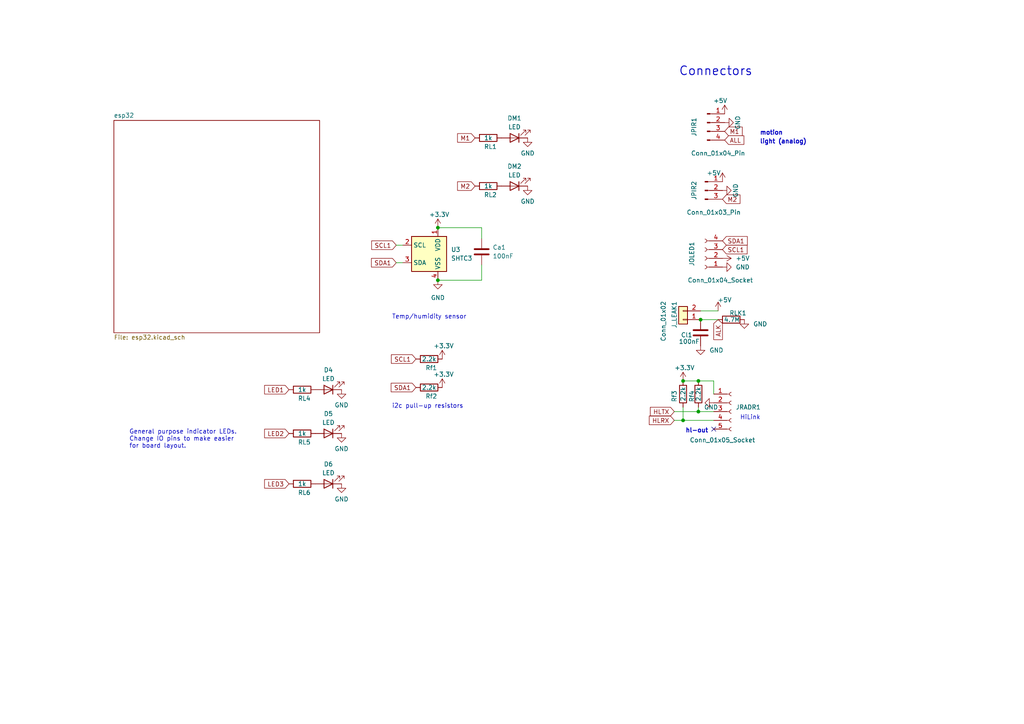
<source format=kicad_sch>
(kicad_sch (version 20231120) (generator "eeschema") (generator_version "8.0")
  (paper "A4")
  (lib_symbols
    (symbol "Connector:Conn_01x03_Pin" (pin_names (offset 1.016) hide)
      (property "Reference" "J" (at 0 5.08 0))
      (property "Value" "Conn_01x03_Pin" (at 0 -5.08 0))
      (symbol "Conn_01x03_Pin_1_1"
        (polyline (pts (xy 1.27 -2.54) (xy 0.8636 -2.54)) (stroke (width 0.1524)))
        (polyline (pts (xy 1.27 0) (xy 0.8636 0)) (stroke (width 0.1524)))
        (polyline (pts (xy 1.27 2.54) (xy 0.8636 2.54)) (stroke (width 0.1524)))
        (rectangle (start 0.8636 -2.413) (end 0 -2.667) (stroke (width 0.1524)) (fill (type outline)))
        (rectangle (start 0.8636 0.127) (end 0 -0.127) (stroke (width 0.1524)) (fill (type outline)))
        (rectangle (start 0.8636 2.667) (end 0 2.413) (stroke (width 0.1524)) (fill (type outline)))
        (pin passive line (at 5.08 2.54 180) (length 3.81) (name "Pin_1") (number "1"))
        (pin passive line (at 5.08 0 180) (length 3.81) (name "Pin_2") (number "2"))
        (pin passive line (at 5.08 -2.54 180) (length 3.81) (name "Pin_3") (number "3"))
      )
    )
    (symbol "Connector:Conn_01x04_Pin" (pin_names (offset 1.016) hide)
      (property "Reference" "J" (at 0 5.08 0))
      (property "Value" "Conn_01x04_Pin" (at 0 -7.62 0))
      (symbol "Conn_01x04_Pin_1_1"
        (polyline (pts (xy 1.27 -5.08) (xy 0.8636 -5.08)) (stroke (width 0.1524)))
        (polyline (pts (xy 1.27 -2.54) (xy 0.8636 -2.54)) (stroke (width 0.1524)))
        (polyline (pts (xy 1.27 0) (xy 0.8636 0)) (stroke (width 0.1524)))
        (polyline (pts (xy 1.27 2.54) (xy 0.8636 2.54)) (stroke (width 0.1524)))
        (rectangle (start 0.8636 -4.953) (end 0 -5.207) (stroke (width 0.1524)) (fill (type outline)))
        (rectangle (start 0.8636 -2.413) (end 0 -2.667) (stroke (width 0.1524)) (fill (type outline)))
        (rectangle (start 0.8636 0.127) (end 0 -0.127) (stroke (width 0.1524)) (fill (type outline)))
        (rectangle (start 0.8636 2.667) (end 0 2.413) (stroke (width 0.1524)) (fill (type outline)))
        (pin passive line (at 5.08 2.54 180) (length 3.81) (name "Pin_1") (number "1"))
        (pin passive line (at 5.08 0 180) (length 3.81) (name "Pin_2") (number "2"))
        (pin passive line (at 5.08 -2.54 180) (length 3.81) (name "Pin_3") (number "3"))
        (pin passive line (at 5.08 -5.08 180) (length 3.81) (name "Pin_4") (number "4"))
      )
    )
    (symbol "Connector:Conn_01x04_Socket" (pin_names (offset 1.016) hide)
      (property "Reference" "J" (at 0 5.08 0))
      (property "Value" "Conn_01x04_Socket" (at 0 -7.62 0))
      (symbol "Conn_01x04_Socket_1_1"
        (arc (start 0 -4.572) (mid -0.5058 -5.08) (end 0 -5.588) (stroke (width 0.1524)))
        (arc (start 0 -2.032) (mid -0.5058 -2.54) (end 0 -3.048) (stroke (width 0.1524)))
        (polyline (pts (xy -1.27 -5.08) (xy -0.508 -5.08)) (stroke (width 0.1524)))
        (polyline (pts (xy -1.27 -2.54) (xy -0.508 -2.54)) (stroke (width 0.1524)))
        (polyline (pts (xy -1.27 0) (xy -0.508 0)) (stroke (width 0.1524)))
        (polyline (pts (xy -1.27 2.54) (xy -0.508 2.54)) (stroke (width 0.1524)))
        (arc (start 0 0.508) (mid -0.5058 0) (end 0 -0.508) (stroke (width 0.1524)))
        (arc (start 0 3.048) (mid -0.5058 2.54) (end 0 2.032) (stroke (width 0.1524)))
        (pin passive line (at -5.08 2.54 0) (length 3.81) (name "Pin_1") (number "1"))
        (pin passive line (at -5.08 0 0) (length 3.81) (name "Pin_2") (number "2"))
        (pin passive line (at -5.08 -2.54 0) (length 3.81) (name "Pin_3") (number "3"))
        (pin passive line (at -5.08 -5.08 0) (length 3.81) (name "Pin_4") (number "4"))
      )
    )
    (symbol "Connector:Conn_01x05_Socket" (pin_names (offset 1.016) hide)
      (property "Reference" "J" (at 0 7.62 0))
      (property "Value" "Conn_01x05_Socket" (at 0 -7.62 0))
      (symbol "Conn_01x05_Socket_1_1"
        (arc (start 0 -4.572) (mid -0.5058 -5.08) (end 0 -5.588) (stroke (width 0.1524)))
        (arc (start 0 -2.032) (mid -0.5058 -2.54) (end 0 -3.048) (stroke (width 0.1524)))
        (polyline (pts (xy -1.27 -5.08) (xy -0.508 -5.08)) (stroke (width 0.1524)))
        (polyline (pts (xy -1.27 -2.54) (xy -0.508 -2.54)) (stroke (width 0.1524)))
        (polyline (pts (xy -1.27 0) (xy -0.508 0)) (stroke (width 0.1524)))
        (polyline (pts (xy -1.27 2.54) (xy -0.508 2.54)) (stroke (width 0.1524)))
        (polyline (pts (xy -1.27 5.08) (xy -0.508 5.08)) (stroke (width 0.1524)))
        (arc (start 0 0.508) (mid -0.5058 0) (end 0 -0.508) (stroke (width 0.1524)))
        (arc (start 0 3.048) (mid -0.5058 2.54) (end 0 2.032) (stroke (width 0.1524)))
        (arc (start 0 5.588) (mid -0.5058 5.08) (end 0 4.572) (stroke (width 0.1524)))
        (pin passive line (at -5.08 5.08 0) (length 3.81) (name "Pin_1") (number "1"))
        (pin passive line (at -5.08 2.54 0) (length 3.81) (name "Pin_2") (number "2"))
        (pin passive line (at -5.08 0 0) (length 3.81) (name "Pin_3") (number "3"))
        (pin passive line (at -5.08 -2.54 0) (length 3.81) (name "Pin_4") (number "4"))
        (pin passive line (at -5.08 -5.08 0) (length 3.81) (name "Pin_5") (number "5"))
      )
    )
    (symbol "Connector_Generic:Conn_01x02" (pin_names (offset 1.016) hide)
      (property "Reference" "J" (at 0 2.54 0))
      (property "Value" "Conn_01x02" (at 0 -5.08 0))
      (symbol "Conn_01x02_1_1"
        (rectangle (start -1.27 -2.413) (end 0 -2.667) (stroke (width 0.1524)))
        (rectangle (start -1.27 0.127) (end 0 -0.127) (stroke (width 0.1524)))
        (rectangle (start -1.27 1.27) (end 1.27 -3.81) (stroke (width 0.254)) (fill (type background)))
        (pin passive line (at -5.08 0 0) (length 3.81) (name "Pin_1") (number "1"))
        (pin passive line (at -5.08 -2.54 0) (length 3.81) (name "Pin_2") (number "2"))
      )
    )
    (symbol "Device:C" (pin_numbers hide) (pin_names (offset 0.254))
      (property "Reference" "C" (at 0.635 2.54 0))
      (property "Value" "C" (at 0.635 -2.54 0))
      (symbol "C_0_1"
        (polyline (pts (xy -2.032 -0.762) (xy 2.032 -0.762)) (stroke (width 0.508)))
        (polyline (pts (xy -2.032 0.762) (xy 2.032 0.762)) (stroke (width 0.508)))
      )
      (symbol "C_1_1"
        (pin passive line (at 0 3.81 270) (length 2.794) (name "~") (number "1"))
        (pin passive line (at 0 -3.81 90) (length 2.794) (name "~") (number "2"))
      )
    )
    (symbol "Device:LED" (pin_numbers hide) (pin_names (offset 1.016) hide)
      (property "Reference" "D" (at 0 2.54 0))
      (property "Value" "LED" (at 0 -2.54 0))
      (symbol "LED_0_1"
        (polyline (pts (xy -1.27 -1.27) (xy -1.27 1.27)) (stroke (width 0.254)))
        (polyline (pts (xy -1.27 0) (xy 1.27 0)))
        (polyline (pts (xy 1.27 -1.27) (xy 1.27 1.27) (xy -1.27 0) (xy 1.27 -1.27)) (stroke (width 0.254)))
        (polyline (pts (xy -3.048 -0.762) (xy -4.572 -2.286) (xy -3.81 -2.286) (xy -4.572 -2.286) (xy -4.572 -1.524)))
        (polyline (pts (xy -1.778 -0.762) (xy -3.302 -2.286) (xy -2.54 -2.286) (xy -3.302 -2.286) (xy -3.302 -1.524)))
      )
      (symbol "LED_1_1"
        (pin passive line (at -3.81 0 0) (length 2.54) (name "K") (number "1"))
        (pin passive line (at 3.81 0 180) (length 2.54) (name "A") (number "2"))
      )
    )
    (symbol "Device:R" (pin_numbers hide) (pin_names (offset 0))
      (property "Reference" "R" (at 2.032 0 90))
      (property "Value" "R" (at 0 0 90))
      (symbol "R_0_1"
        (rectangle (start -1.016 -2.54) (end 1.016 2.54) (stroke (width 0.254)))
      )
      (symbol "R_1_1"
        (pin passive line (at 0 3.81 270) (length 1.27) (name "~") (number "1"))
        (pin passive line (at 0 -3.81 90) (length 1.27) (name "~") (number "2"))
      )
    )
    (symbol "Sensor_Humidity:SHTC3"
      (property "Reference" "U" (at -3.81 6.35 0))
      (property "Value" "SHTC3" (at -2.54 -6.35 0))
      (symbol "SHTC3_1_1"
        (rectangle (start -5.08 5.08) (end 5.08 -5.08) (stroke (width 0.254)) (fill (type background)))
        (pin power_in line (at 2.54 7.62 270) (length 2.54) (name "VDD") (number "1"))
        (pin input line (at -7.62 2.54 0) (length 2.54) (name "SCL") (number "2"))
        (pin bidirectional line (at -7.62 -2.54 0) (length 2.54) (name "SDA") (number "3"))
        (pin power_in line (at 2.54 -7.62 90) (length 2.54) (name "VSS") (number "4"))
        (pin no_connect line (at 5.08 0 180) (length 2.54) hide (name "NC") (number "5"))
      )
    )
    (symbol "power:+3.3V" (power) (pin_names (offset 0))
      (property "Value" "+3.3V" (at 0 3.556 0))
      (symbol "+3.3V_0_1"
        (polyline (pts (xy -0.762 1.27) (xy 0 2.54)))
        (polyline (pts (xy 0 0) (xy 0 2.54)))
        (polyline (pts (xy 0 2.54) (xy 0.762 1.27)))
      )
      (symbol "+3.3V_1_1"
        (pin power_in line (at 0 0 90) (length 0) hide (name "+3.3V") (number "1"))
      )
    )
    (symbol "power:+5V" (power) (pin_names (offset 0))
      (property "Value" "+5V" (at 0 3.556 0))
      (symbol "+5V_0_1"
        (polyline (pts (xy -0.762 1.27) (xy 0 2.54)))
        (polyline (pts (xy 0 0) (xy 0 2.54)))
        (polyline (pts (xy 0 2.54) (xy 0.762 1.27)))
      )
      (symbol "+5V_1_1"
        (pin power_in line (at 0 0 90) (length 0) hide (name "+5V") (number "1"))
      )
    )
    (symbol "power:GND" (power) (pin_names (offset 0))
      (property "Value" "GND" (at 0 -3.81 0))
      (symbol "GND_0_1"
        (polyline (pts (xy 0 0) (xy 0 -1.27) (xy 1.27 -1.27) (xy 0 -2.54) (xy -1.27 -1.27) (xy 0 -1.27)))
      )
      (symbol "GND_1_1"
        (pin power_in line (at 0 0 270) (length 0) hide (name "GND") (number "1"))
      )
    )
  )
  (junction (at 127 66.04))
  (junction (at 127 81.28))
  (junction (at 198.12 121.92))
  (junction (at 202.565 110.49))
  (junction (at 203.2 92.71))
  (junction (at 198.12 110.49))
  (junction (at 202.565 119.38))
  (no_connect (at 207.01 124.46))
  (wire (pts (xy 207.01 114.3) (xy 207.01 110.49)))
  (wire (pts (xy 207.01 110.49) (xy 202.565 110.49)))
  (wire (pts (xy 195.58 121.92) (xy 198.12 121.92)))
  (wire (pts (xy 202.565 118.11) (xy 202.565 119.38)))
  (wire (pts (xy 198.12 121.92) (xy 207.01 121.92)))
  (wire (pts (xy 198.12 118.11) (xy 198.12 121.92)))
  (wire (pts (xy 139.7 69.215) (xy 139.7 66.04)))
  (wire (pts (xy 114.935 76.2) (xy 116.84 76.2)))
  (wire (pts (xy 203.2 92.71) (xy 208.28 92.71)))
  (wire (pts (xy 202.565 119.38) (xy 207.01 119.38)))
  (wire (pts (xy 139.7 81.28) (xy 127 81.28)))
  (wire (pts (xy 195.58 119.38) (xy 202.565 119.38)))
  (wire (pts (xy 139.7 76.835) (xy 139.7 81.28)))
  (wire (pts (xy 139.7 66.04) (xy 127 66.04)))
  (wire (pts (xy 198.12 110.49) (xy 202.565 110.49)))
  (wire (pts (xy 203.2 90.17) (xy 208.28 90.17)))
  (wire (pts (xy 114.935 71.12) (xy 116.84 71.12)))
  (text "Connectors" (at 196.85 22.225 0) (effects (font (size 2.54 2.54) (thickness 0.254) (bold yes)) (justify left bottom)))
  (text "HiLink" (at 214.63 121.92 0) (effects (font (size 1.27 1.27)) (justify left bottom)))
  (text "hl-out" (at 198.755 125.73 0) (effects (font (size 1.27 1.27) (bold yes)) (justify left bottom)))
  (text "General purpose indicator LEDs.\nChange IO pins to make easier\nfor board layout." (at 37.465 130.175 0) (effects (font (size 1.27 1.27)) (justify left bottom)))
  (text "light (analog)" (at 220.345 41.91 0) (effects (font (size 1.27 1.27) (bold yes)) (justify left bottom)))
  (text "Temp/humidity sensor" (at 113.665 92.71 0) (effects (font (size 1.27 1.27)) (justify left bottom)))
  (text "motion" (at 220.345 39.37 0) (effects (font (size 1.27 1.27) (bold yes)) (justify left bottom)))
  (text "i2c pull-up resistors\n	" (at 113.665 120.65 0) (effects (font (size 1.27 1.27)) (justify left bottom)))
  (global_label "M1" (shape input) (at 137.795 40.005 180) (property "Intersheetrefs" "${INTERSHEET_REFS}" (effects (hide yes))))
  (global_label "LED2" (shape input) (at 83.82 125.73 180) (property "Intersheetrefs" "${INTERSHEET_REFS}" (effects (hide yes))))
  (global_label "SDA1" (shape input) (at 120.65 112.395 180) (property "Intersheetrefs" "${INTERSHEET_REFS}" (effects (hide yes))))
  (global_label "SCL1" (shape input) (at 120.65 104.14 180) (property "Intersheetrefs" "${INTERSHEET_REFS}" (effects (hide yes))))
  (global_label "ALL" (shape input) (at 210.185 40.64 0) (property "Intersheetrefs" "${INTERSHEET_REFS}" (effects (hide yes))))
  (global_label "HLTX" (shape input) (at 195.58 119.38 180) (property "Intersheetrefs" "${INTERSHEET_REFS}" (effects (hide yes))))
  (global_label "LED3" (shape input) (at 83.82 140.335 180) (property "Intersheetrefs" "${INTERSHEET_REFS}" (effects (hide yes))))
  (global_label "HLRX" (shape input) (at 195.58 121.92 180) (property "Intersheetrefs" "${INTERSHEET_REFS}" (effects (hide yes))))
  (global_label "M1" (shape input) (at 210.185 38.1 0) (property "Intersheetrefs" "${INTERSHEET_REFS}" (effects (hide yes))))
  (global_label "SDA1" (shape input) (at 209.55 69.85 0) (property "Intersheetrefs" "${INTERSHEET_REFS}" (effects (hide yes))))
  (global_label "SCL1" (shape input) (at 209.55 72.39 0) (property "Intersheetrefs" "${INTERSHEET_REFS}" (effects (hide yes))))
  (global_label "M2" (shape input) (at 209.55 57.785 0) (property "Intersheetrefs" "${INTERSHEET_REFS}" (effects (hide yes))))
  (global_label "M2" (shape input) (at 137.795 53.975 180) (property "Intersheetrefs" "${INTERSHEET_REFS}" (effects (hide yes))))
  (global_label "ALK" (shape input) (at 208.28 92.71 270) (property "Intersheetrefs" "${INTERSHEET_REFS}" (effects (hide yes))))
  (global_label "SDA1" (shape input) (at 114.935 76.2 180) (property "Intersheetrefs" "${INTERSHEET_REFS}" (effects (hide yes))))
  (global_label "LED1" (shape input) (at 83.82 113.03 180) (property "Intersheetrefs" "${INTERSHEET_REFS}" (effects (hide yes))))
  (global_label "SCL1" (shape input) (at 114.935 71.12 180) (property "Intersheetrefs" "${INTERSHEET_REFS}" (effects (hide yes))))
  (symbol (lib_id "power:GND") (at 210.185 35.56 90) (unit 1)
    (property "Reference" "#PWR019" (effects (hide yes)))
    (property "Value" "GND" (at 213.995 35.56 0))
  )
  (symbol (lib_id "Connector:Conn_01x04_Pin") (at 205.105 35.56 0) (unit 1)
    (property "Reference" "JPIR1" (at 201.295 36.83 90))
    (property "Value" "Conn_01x04_Pin" (at 208.28 44.45 0))
    (property "Footprint" "Connector_JST:JST_XH_B4B-XH-A_1x04_P2.50mm_Vertical" (effects (hide yes)))
  )
  (symbol (lib_id "power:+5V") (at 209.55 52.705 0) (unit 1)
    (property "Reference" "#PWR014" (effects (hide yes)))
    (property "Value" "+5V" (at 207.01 50.165 0))
  )
  (symbol (lib_id "Device:R") (at 198.12 114.3 180) (unit 1)
    (property "Reference" "Rf3" (at 195.58 114.935 90))
    (property "Value" "2.2k" (at 198.12 114.3 90))
    (property "Footprint" "Resistor_SMD:R_0603_1608Metric" (effects (hide yes)))
  )
  (symbol (lib_id "Device:LED") (at 95.25 113.03 180) (unit 1)
    (property "Reference" "D4" (at 95.25 107.315 0))
    (property "Value" "LED" (at 95.25 109.855 0))
    (property "Footprint" "LED_SMD:LED_0603_1608Metric" (effects (hide yes)))
  )
  (symbol (lib_id "power:+3.3V") (at 198.12 110.49 0) (unit 1)
    (property "Reference" "#PWR032" (effects (hide yes)))
    (property "Value" "+3.3V" (at 195.58 106.68 0) (effects (justify left)))
  )
  (symbol (lib_id "power:GND") (at 153.035 40.005 0) (unit 1)
    (property "Reference" "#PWR022" (effects (hide yes)))
    (property "Value" "GND" (at 153.035 44.45 0))
  )
  (symbol (lib_id "power:GND") (at 153.035 53.975 0) (unit 1)
    (property "Reference" "#PWR023" (effects (hide yes)))
    (property "Value" "GND" (at 153.035 58.42 0))
  )
  (symbol (lib_id "Connector:Conn_01x05_Socket") (at 212.09 119.38 0) (unit 1)
    (property "Reference" "JRADR1" (at 213.36 118.11 0) (effects (justify left)))
    (property "Value" "Conn_01x05_Socket" (at 200.025 127.635 0) (effects (justify left)))
    (property "Footprint" "Connector_PinSocket_2.54mm:PinSocket_1x05_P2.54mm_Vertical" (effects (hide yes)))
  )
  (symbol (lib_id "Device:LED") (at 95.25 125.73 180) (unit 1)
    (property "Reference" "D5" (at 95.25 120.015 0))
    (property "Value" "LED" (at 95.25 122.555 0))
    (property "Footprint" "LED_SMD:LED_0603_1608Metric" (effects (hide yes)))
  )
  (symbol (lib_id "power:GND") (at 99.06 140.335 0) (unit 1)
    (property "Reference" "#PWR026" (effects (hide yes)))
    (property "Value" "GND" (at 99.06 144.78 0))
  )
  (symbol (lib_id "power:+5V") (at 209.55 74.93 270) (unit 1)
    (property "Reference" "#PWR016" (effects (hide yes)))
    (property "Value" "+5V" (at 213.36 74.9301 90) (effects (justify left)))
  )
  (symbol (lib_id "Device:R") (at 87.63 113.03 90) (unit 1)
    (property "Reference" "RL4" (at 88.265 115.57 90))
    (property "Value" "1k" (at 87.63 113.03 90))
    (property "Footprint" "Resistor_SMD:R_0603_1608Metric" (effects (hide yes)))
  )
  (symbol (lib_id "Device:R") (at 212.09 92.71 90) (unit 1)
    (property "Reference" "RLK1" (at 216.535 90.805 90) (effects (justify left)))
    (property "Value" "4.7M" (at 214.63 92.71 90) (effects (justify left)))
    (property "Footprint" "Resistor_SMD:R_0603_1608Metric" (effects (hide yes)))
  )
  (symbol (lib_id "Sensor_Humidity:SHTC3") (at 124.46 73.66 0) (unit 1)
    (property "Reference" "U3" (at 130.81 72.3899 0) (effects (justify left)))
    (property "Value" "SHTC3" (at 130.81 74.9299 0) (effects (justify left)))
    (property "Footprint" "Sensor_Humidity:Sensirion_DFN-4-1EP_2x2mm_P1mm_EP0.7x1.6mm" (effects (hide yes)))
    (property "Datasheet" "https://www.sensirion.com/fileadmin/user_upload/customers/sensirion/Dokumente/0_Datasheets/Humidity/Sensirion_Humidity_Sensors_SHTC3_Datasheet.pdf" (effects (hide yes)))
  )
  (symbol (lib_id "Device:R") (at 87.63 140.335 90) (unit 1)
    (property "Reference" "RL6" (at 88.265 142.875 90))
    (property "Value" "1k" (at 87.63 140.335 90))
    (property "Footprint" "Resistor_SMD:R_0603_1608Metric" (effects (hide yes)))
  )
  (symbol (lib_id "power:+3.3V") (at 128.27 104.14 0) (unit 1)
    (property "Reference" "#PWR034" (effects (hide yes)))
    (property "Value" "+3.3V" (at 125.73 100.33 0) (effects (justify left)))
  )
  (symbol (lib_id "power:GND") (at 127 81.28 0) (unit 1)
    (property "Reference" "#PWR013" (effects (hide yes)))
    (property "Value" "GND" (at 127 86.36 0))
  )
  (symbol (lib_id "power:GND") (at 207.01 116.84 270) (unit 1)
    (property "Reference" "#PWR033" (effects (hide yes)))
    (property "Value" "GND" (at 208.28 118.11 90) (effects (justify right)))
  )
  (symbol (lib_id "Device:C") (at 139.7 73.025 0) (unit 1)
    (property "Reference" "Ca1" (at 142.875 71.755 0) (effects (justify left)))
    (property "Value" "100nF" (at 142.875 74.295 0) (effects (justify left)))
    (property "Footprint" "Capacitor_SMD:C_0603_1608Metric" (effects (hide yes)))
  )
  (symbol (lib_id "power:+5V") (at 210.185 33.02 0) (unit 1)
    (property "Reference" "#PWR018" (effects (hide yes)))
    (property "Value" "+5V" (at 208.915 29.21 0))
  )
  (symbol (lib_id "power:+5V") (at 208.28 90.17 0) (unit 1)
    (property "Reference" "#PWR020" (effects (hide yes)))
    (property "Value" "+5V" (at 210.185 86.995 0))
  )
  (symbol (lib_id "Connector:Conn_01x04_Socket") (at 204.47 74.93 180) (unit 1)
    (property "Reference" "JOLED1" (at 200.66 73.66 90))
    (property "Value" "Conn_01x04_Socket" (at 218.44 81.28 0) (effects (justify left)))
    (property "Footprint" "Connector_PinSocket_2.54mm:PinSocket_1x04_P2.54mm_Vertical" (effects (hide yes)))
  )
  (symbol (lib_id "Device:R") (at 124.46 112.395 90) (unit 1)
    (property "Reference" "Rf2" (at 125.095 114.935 90))
    (property "Value" "2.2k" (at 124.46 112.395 90))
    (property "Footprint" "Resistor_SMD:R_0603_1608Metric" (effects (hide yes)))
  )
  (symbol (lib_id "power:GND") (at 99.06 125.73 0) (unit 1)
    (property "Reference" "#PWR025" (effects (hide yes)))
    (property "Value" "GND" (at 99.06 130.175 0))
  )
  (symbol (lib_id "power:GND") (at 209.55 55.245 90) (unit 1)
    (property "Reference" "#PWR015" (effects (hide yes)))
    (property "Value" "GND" (at 213.36 55.245 0))
  )
  (symbol (lib_id "Connector_Generic:Conn_01x02") (at 198.12 92.71 180) (unit 1)
    (property "Reference" "J_LEAK1" (at 195.58 95.25 90) (effects (justify right)))
    (property "Value" "Conn_01x02" (at 192.405 99.06 90) (effects (justify right)))
    (property "Footprint" "Connector_JST:JST_XH_B2B-XH-A_1x02_P2.50mm_Vertical" (effects (hide yes)))
  )
  (symbol (lib_id "Device:R") (at 141.605 53.975 90) (unit 1)
    (property "Reference" "RL2" (at 142.24 56.515 90))
    (property "Value" "1k" (at 141.605 53.975 90))
    (property "Footprint" "Resistor_SMD:R_0603_1608Metric" (effects (hide yes)))
  )
  (symbol (lib_id "power:GND") (at 203.2 100.33 0) (unit 1)
    (property "Reference" "#PWR027" (effects (hide yes)))
    (property "Value" "GND" (at 205.74 101.5999 0) (effects (justify left)))
  )
  (symbol (lib_id "Device:LED") (at 149.225 53.975 180) (unit 1)
    (property "Reference" "DM2" (at 149.225 48.26 0))
    (property "Value" "LED" (at 149.225 50.8 0))
    (property "Footprint" "LED_SMD:LED_0603_1608Metric" (effects (hide yes)))
  )
  (symbol (lib_id "power:+3.3V") (at 128.27 112.395 0) (unit 1)
    (property "Reference" "#PWR035" (effects (hide yes)))
    (property "Value" "+3.3V" (at 125.73 108.585 0) (effects (justify left)))
  )
  (symbol (lib_id "Device:LED") (at 149.225 40.005 180) (unit 1)
    (property "Reference" "DM1" (at 149.225 34.29 0))
    (property "Value" "LED" (at 149.225 36.83 0))
    (property "Footprint" "LED_SMD:LED_0603_1608Metric" (effects (hide yes)))
  )
  (symbol (lib_id "Connector:Conn_01x03_Pin") (at 204.47 55.245 0) (unit 1)
    (property "Reference" "JPIR2" (at 201.295 55.245 90))
    (property "Value" "Conn_01x03_Pin" (at 207.01 61.595 0))
    (property "Footprint" "Connector_JST:JST_XH_B3B-XH-A_1x03_P2.50mm_Vertical" (effects (hide yes)))
  )
  (symbol (lib_id "Device:R") (at 87.63 125.73 90) (unit 1)
    (property "Reference" "RL5" (at 88.265 128.27 90))
    (property "Value" "1k" (at 87.63 125.73 90))
    (property "Footprint" "Resistor_SMD:R_0603_1608Metric" (effects (hide yes)))
  )
  (symbol (lib_id "Device:R") (at 124.46 104.14 90) (unit 1)
    (property "Reference" "Rf1" (at 125.095 106.68 90))
    (property "Value" "2.2k" (at 124.46 104.14 90))
    (property "Footprint" "Resistor_SMD:R_0603_1608Metric" (effects (hide yes)))
  )
  (symbol (lib_id "Device:C") (at 203.2 96.52 0) (unit 1)
    (property "Reference" "Cl1" (at 197.485 97.155 0) (effects (justify left)))
    (property "Value" "100nF" (at 196.85 99.06 0) (effects (justify left)))
    (property "Footprint" "Capacitor_SMD:C_0603_1608Metric" (effects (hide yes)))
  )
  (symbol (lib_id "power:+3.3V") (at 127 66.04 0) (unit 1)
    (property "Reference" "#PWR012" (effects (hide yes)))
    (property "Value" "+3.3V" (at 124.46 62.23 0) (effects (justify left)))
  )
  (symbol (lib_id "power:GND") (at 99.06 113.03 0) (unit 1)
    (property "Reference" "#PWR024" (effects (hide yes)))
    (property "Value" "GND" (at 99.06 117.475 0))
  )
  (symbol (lib_id "power:GND") (at 215.9 92.71 0) (unit 1)
    (property "Reference" "#PWR021" (effects (hide yes)))
    (property "Value" "GND" (at 218.44 93.9799 0) (effects (justify left)))
  )
  (symbol (lib_id "power:GND") (at 209.55 77.47 90) (unit 1)
    (property "Reference" "#PWR017" (effects (hide yes)))
    (property "Value" "GND" (at 213.36 77.4701 90) (effects (justify right)))
  )
  (symbol (lib_id "Device:R") (at 202.565 114.3 180) (unit 1)
    (property "Reference" "Rf4" (at 200.66 114.935 90))
    (property "Value" "2.2k" (at 202.565 114.3 90))
    (property "Footprint" "Resistor_SMD:R_0603_1608Metric" (effects (hide yes)))
  )
  (symbol (lib_id "Device:LED") (at 95.25 140.335 180) (unit 1)
    (property "Reference" "D6" (at 95.25 134.62 0))
    (property "Value" "LED" (at 95.25 137.16 0))
    (property "Footprint" "LED_SMD:LED_0603_1608Metric" (effects (hide yes)))
  )
  (symbol (lib_id "Device:R") (at 141.605 40.005 90) (unit 1)
    (property "Reference" "RL1" (at 142.24 42.545 90))
    (property "Value" "1k" (at 141.605 40.005 90))
    (property "Footprint" "Resistor_SMD:R_0603_1608Metric" (effects (hide yes)))
  )
  (sheet (at 33.02 34.925) (size 59.69 61.595) (stroke (width 0.1524))
    (property "Sheetname" "esp32" (at 33.02 34.2134 0) (effects (justify left bottom)))
    (property "Sheetfile" "esp32.kicad_sch" (at 33.02 97.1046 0) (effects (justify left top)))
  )
)
</source>
